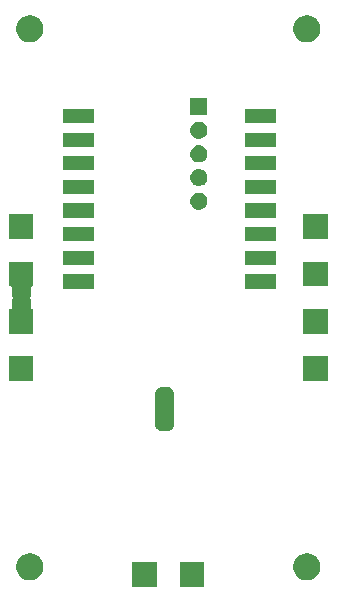
<source format=gbr>
G04 #@! TF.GenerationSoftware,KiCad,Pcbnew,(5.0.1)-4*
G04 #@! TF.CreationDate,2019-08-10T21:26:32+02:00*
G04 #@! TF.ProjectId,7segment_mini_module,377365676D656E745F6D696E695F6D6F,rev?*
G04 #@! TF.SameCoordinates,Original*
G04 #@! TF.FileFunction,Soldermask,Bot*
G04 #@! TF.FilePolarity,Negative*
%FSLAX46Y46*%
G04 Gerber Fmt 4.6, Leading zero omitted, Abs format (unit mm)*
G04 Created by KiCad (PCBNEW (5.0.1)-4) date 10-08-2019 21:26:32*
%MOMM*%
%LPD*%
G01*
G04 APERTURE LIST*
%ADD10C,0.100000*%
G04 APERTURE END LIST*
D10*
G36*
X94381000Y-118376001D02*
X92279000Y-118376001D01*
X92279000Y-116274001D01*
X94381000Y-116274001D01*
X94381000Y-118376001D01*
X94381000Y-118376001D01*
G37*
G36*
X90381000Y-118376001D02*
X88279000Y-118376001D01*
X88279000Y-116274001D01*
X90381000Y-116274001D01*
X90381000Y-118376001D01*
X90381000Y-118376001D01*
G37*
G36*
X79935734Y-115543232D02*
X80145202Y-115629996D01*
X80333723Y-115755962D01*
X80494038Y-115916277D01*
X80620004Y-116104798D01*
X80706768Y-116314266D01*
X80751000Y-116536635D01*
X80751000Y-116763365D01*
X80706768Y-116985734D01*
X80620004Y-117195202D01*
X80494038Y-117383723D01*
X80333723Y-117544038D01*
X80145202Y-117670004D01*
X79935734Y-117756768D01*
X79713365Y-117801000D01*
X79486635Y-117801000D01*
X79264266Y-117756768D01*
X79054798Y-117670004D01*
X78866277Y-117544038D01*
X78705962Y-117383723D01*
X78579996Y-117195202D01*
X78493232Y-116985734D01*
X78449000Y-116763365D01*
X78449000Y-116536635D01*
X78493232Y-116314266D01*
X78579996Y-116104798D01*
X78705962Y-115916277D01*
X78866277Y-115755962D01*
X79054798Y-115629996D01*
X79264266Y-115543232D01*
X79486635Y-115499000D01*
X79713365Y-115499000D01*
X79935734Y-115543232D01*
X79935734Y-115543232D01*
G37*
G36*
X103385734Y-115543232D02*
X103595202Y-115629996D01*
X103783723Y-115755962D01*
X103944038Y-115916277D01*
X104070004Y-116104798D01*
X104156768Y-116314266D01*
X104201000Y-116536635D01*
X104201000Y-116763365D01*
X104156768Y-116985734D01*
X104070004Y-117195202D01*
X103944038Y-117383723D01*
X103783723Y-117544038D01*
X103595202Y-117670004D01*
X103385734Y-117756768D01*
X103163365Y-117801000D01*
X102936635Y-117801000D01*
X102714266Y-117756768D01*
X102504798Y-117670004D01*
X102316277Y-117544038D01*
X102155962Y-117383723D01*
X102029996Y-117195202D01*
X101943232Y-116985734D01*
X101899000Y-116763365D01*
X101899000Y-116536635D01*
X101943232Y-116314266D01*
X102029996Y-116104798D01*
X102155962Y-115916277D01*
X102316277Y-115755962D01*
X102504798Y-115629996D01*
X102714266Y-115543232D01*
X102936635Y-115499000D01*
X103163365Y-115499000D01*
X103385734Y-115543232D01*
X103385734Y-115543232D01*
G37*
G36*
X91262198Y-101449954D02*
X91274450Y-101450556D01*
X91292869Y-101450556D01*
X91315149Y-101452750D01*
X91399236Y-101469476D01*
X91420655Y-101475974D01*
X91499871Y-101508785D01*
X91519607Y-101519335D01*
X91590897Y-101566969D01*
X91608208Y-101581176D01*
X91668824Y-101641792D01*
X91683031Y-101659103D01*
X91730665Y-101730393D01*
X91741215Y-101750129D01*
X91774026Y-101829345D01*
X91780524Y-101850764D01*
X91797250Y-101934851D01*
X91799444Y-101957131D01*
X91799444Y-101975550D01*
X91800046Y-101987802D01*
X91801852Y-102006140D01*
X91801852Y-102543860D01*
X91800263Y-102559999D01*
X91795853Y-102574534D01*
X91790393Y-102587717D01*
X91785613Y-102611751D01*
X91785613Y-102636255D01*
X91790394Y-102660288D01*
X91799772Y-102682927D01*
X91801000Y-102684765D01*
X91801000Y-103916053D01*
X91794526Y-103928165D01*
X91787413Y-103951614D01*
X91785011Y-103976000D01*
X91787413Y-104000386D01*
X91793917Y-104018564D01*
X91793773Y-104018608D01*
X91800263Y-104040001D01*
X91801852Y-104056140D01*
X91801852Y-104593861D01*
X91800046Y-104612198D01*
X91799444Y-104624450D01*
X91799444Y-104642869D01*
X91797250Y-104665149D01*
X91780524Y-104749236D01*
X91774026Y-104770655D01*
X91741215Y-104849871D01*
X91730665Y-104869607D01*
X91683031Y-104940897D01*
X91668824Y-104958208D01*
X91608208Y-105018824D01*
X91590897Y-105033031D01*
X91519607Y-105080665D01*
X91499871Y-105091215D01*
X91420655Y-105124026D01*
X91399236Y-105130524D01*
X91315149Y-105147250D01*
X91292869Y-105149444D01*
X91274450Y-105149444D01*
X91262198Y-105150046D01*
X91243861Y-105151852D01*
X90756139Y-105151852D01*
X90737802Y-105150046D01*
X90725550Y-105149444D01*
X90707131Y-105149444D01*
X90684851Y-105147250D01*
X90600764Y-105130524D01*
X90579345Y-105124026D01*
X90500129Y-105091215D01*
X90480393Y-105080665D01*
X90409103Y-105033031D01*
X90391792Y-105018824D01*
X90331176Y-104958208D01*
X90316969Y-104940897D01*
X90269335Y-104869607D01*
X90258785Y-104849871D01*
X90225974Y-104770655D01*
X90219476Y-104749236D01*
X90202750Y-104665149D01*
X90200556Y-104642869D01*
X90200556Y-104624450D01*
X90199954Y-104612198D01*
X90198148Y-104593861D01*
X90198148Y-104056140D01*
X90199737Y-104040001D01*
X90204147Y-104025466D01*
X90209607Y-104012283D01*
X90214387Y-103988249D01*
X90214387Y-103963745D01*
X90209606Y-103939712D01*
X90200228Y-103917073D01*
X90199000Y-103915235D01*
X90199000Y-102683947D01*
X90205474Y-102671835D01*
X90212587Y-102648386D01*
X90214989Y-102624000D01*
X90212587Y-102599614D01*
X90206083Y-102581436D01*
X90206227Y-102581392D01*
X90199737Y-102559999D01*
X90198148Y-102543860D01*
X90198148Y-102006140D01*
X90199954Y-101987802D01*
X90200556Y-101975550D01*
X90200556Y-101957131D01*
X90202750Y-101934851D01*
X90219476Y-101850764D01*
X90225974Y-101829345D01*
X90258785Y-101750129D01*
X90269335Y-101730393D01*
X90316969Y-101659103D01*
X90331176Y-101641792D01*
X90391792Y-101581176D01*
X90409103Y-101566969D01*
X90480393Y-101519335D01*
X90500129Y-101508785D01*
X90579345Y-101475974D01*
X90600764Y-101469476D01*
X90684851Y-101452750D01*
X90707131Y-101450556D01*
X90725550Y-101450556D01*
X90737802Y-101449954D01*
X90756140Y-101448148D01*
X91243860Y-101448148D01*
X91262198Y-101449954D01*
X91262198Y-101449954D01*
G37*
G36*
X104851000Y-100926000D02*
X102749000Y-100926000D01*
X102749000Y-98824000D01*
X104851000Y-98824000D01*
X104851000Y-100926000D01*
X104851000Y-100926000D01*
G37*
G36*
X79901000Y-100926000D02*
X77799000Y-100926000D01*
X77799000Y-98824000D01*
X79901000Y-98824000D01*
X79901000Y-100926000D01*
X79901000Y-100926000D01*
G37*
G36*
X104851000Y-96926000D02*
X102749000Y-96926000D01*
X102749000Y-94824000D01*
X104851000Y-94824000D01*
X104851000Y-96926000D01*
X104851000Y-96926000D01*
G37*
G36*
X79901000Y-92926000D02*
X79796052Y-92926000D01*
X79771666Y-92928402D01*
X79748217Y-92935515D01*
X79726606Y-92947066D01*
X79707664Y-92962612D01*
X79692118Y-92981554D01*
X79680567Y-93003165D01*
X79673454Y-93026614D01*
X79671052Y-93051000D01*
X79673454Y-93075386D01*
X79676435Y-93087288D01*
X79680525Y-93100770D01*
X79697250Y-93184851D01*
X79699444Y-93207131D01*
X79699444Y-93225550D01*
X79700046Y-93237802D01*
X79701852Y-93256140D01*
X79701852Y-93743860D01*
X79700263Y-93759999D01*
X79697347Y-93769611D01*
X79692612Y-93778469D01*
X79686237Y-93786237D01*
X79673798Y-93796446D01*
X79663432Y-93803372D01*
X79646105Y-93820698D01*
X79632490Y-93841073D01*
X79623112Y-93863711D01*
X79618331Y-93887745D01*
X79618331Y-93912249D01*
X79623111Y-93936283D01*
X79632487Y-93958922D01*
X79646101Y-93979297D01*
X79663427Y-93996624D01*
X79673796Y-94003552D01*
X79686237Y-94013763D01*
X79692612Y-94021531D01*
X79697347Y-94030389D01*
X79700263Y-94040001D01*
X79701852Y-94056140D01*
X79701852Y-94543861D01*
X79700046Y-94562198D01*
X79699444Y-94574450D01*
X79699444Y-94592869D01*
X79697250Y-94615147D01*
X79685421Y-94674613D01*
X79683019Y-94698999D01*
X79685421Y-94723386D01*
X79692534Y-94746835D01*
X79704085Y-94768446D01*
X79719630Y-94787388D01*
X79738572Y-94802933D01*
X79760183Y-94814485D01*
X79783632Y-94821598D01*
X79808019Y-94824000D01*
X79901000Y-94824000D01*
X79901000Y-96926000D01*
X77799000Y-96926000D01*
X77799000Y-94824000D01*
X77991981Y-94824000D01*
X78016367Y-94821598D01*
X78039816Y-94814485D01*
X78061427Y-94802934D01*
X78080369Y-94787388D01*
X78095915Y-94768446D01*
X78107466Y-94746835D01*
X78114579Y-94723386D01*
X78116981Y-94699000D01*
X78114579Y-94674613D01*
X78102750Y-94615147D01*
X78100556Y-94592869D01*
X78100556Y-94574450D01*
X78099954Y-94562198D01*
X78098148Y-94543861D01*
X78098148Y-94056140D01*
X78099737Y-94040001D01*
X78102653Y-94030389D01*
X78107388Y-94021531D01*
X78113763Y-94013763D01*
X78126202Y-94003554D01*
X78136568Y-93996628D01*
X78153895Y-93979302D01*
X78167510Y-93958927D01*
X78176888Y-93936289D01*
X78181669Y-93912255D01*
X78181669Y-93887751D01*
X78176889Y-93863717D01*
X78167513Y-93841078D01*
X78153899Y-93820703D01*
X78136573Y-93803376D01*
X78126204Y-93796448D01*
X78113763Y-93786237D01*
X78107388Y-93778469D01*
X78102653Y-93769611D01*
X78099737Y-93759999D01*
X78098148Y-93743860D01*
X78098148Y-93256140D01*
X78099954Y-93237802D01*
X78100556Y-93225550D01*
X78100556Y-93207131D01*
X78102750Y-93184851D01*
X78119475Y-93100770D01*
X78123565Y-93087288D01*
X78128346Y-93063255D01*
X78128346Y-93038750D01*
X78123566Y-93014717D01*
X78114189Y-92992078D01*
X78100576Y-92971703D01*
X78083249Y-92954375D01*
X78062875Y-92940761D01*
X78040236Y-92931383D01*
X78016203Y-92926602D01*
X78003948Y-92926000D01*
X77799000Y-92926000D01*
X77799000Y-90824000D01*
X79901000Y-90824000D01*
X79901000Y-92926000D01*
X79901000Y-92926000D01*
G37*
G36*
X85001000Y-93101000D02*
X82399000Y-93101000D01*
X82399000Y-91899000D01*
X85001000Y-91899000D01*
X85001000Y-93101000D01*
X85001000Y-93101000D01*
G37*
G36*
X100401000Y-93101000D02*
X97799000Y-93101000D01*
X97799000Y-91899000D01*
X100401000Y-91899000D01*
X100401000Y-93101000D01*
X100401000Y-93101000D01*
G37*
G36*
X104851000Y-92926000D02*
X102749000Y-92926000D01*
X102749000Y-90824000D01*
X104851000Y-90824000D01*
X104851000Y-92926000D01*
X104851000Y-92926000D01*
G37*
G36*
X100401000Y-91101000D02*
X97799000Y-91101000D01*
X97799000Y-89899000D01*
X100401000Y-89899000D01*
X100401000Y-91101000D01*
X100401000Y-91101000D01*
G37*
G36*
X85001000Y-91101000D02*
X82399000Y-91101000D01*
X82399000Y-89899000D01*
X85001000Y-89899000D01*
X85001000Y-91101000D01*
X85001000Y-91101000D01*
G37*
G36*
X100401000Y-89101000D02*
X97799000Y-89101000D01*
X97799000Y-87899000D01*
X100401000Y-87899000D01*
X100401000Y-89101000D01*
X100401000Y-89101000D01*
G37*
G36*
X85001000Y-89101000D02*
X82399000Y-89101000D01*
X82399000Y-87899000D01*
X85001000Y-87899000D01*
X85001000Y-89101000D01*
X85001000Y-89101000D01*
G37*
G36*
X104851000Y-88926000D02*
X102749000Y-88926000D01*
X102749000Y-86824000D01*
X104851000Y-86824000D01*
X104851000Y-88926000D01*
X104851000Y-88926000D01*
G37*
G36*
X79901000Y-88926000D02*
X77799000Y-88926000D01*
X77799000Y-86824000D01*
X79901000Y-86824000D01*
X79901000Y-88926000D01*
X79901000Y-88926000D01*
G37*
G36*
X85001000Y-87101000D02*
X82399000Y-87101000D01*
X82399000Y-85899000D01*
X85001000Y-85899000D01*
X85001000Y-87101000D01*
X85001000Y-87101000D01*
G37*
G36*
X100401000Y-87101000D02*
X97799000Y-87101000D01*
X97799000Y-85899000D01*
X100401000Y-85899000D01*
X100401000Y-87101000D01*
X100401000Y-87101000D01*
G37*
G36*
X93956991Y-84976101D02*
X94042321Y-84984505D01*
X94179172Y-85026019D01*
X94179174Y-85026020D01*
X94179177Y-85026021D01*
X94305296Y-85093432D01*
X94415843Y-85184157D01*
X94506568Y-85294704D01*
X94573979Y-85420823D01*
X94573980Y-85420826D01*
X94573981Y-85420828D01*
X94615495Y-85557679D01*
X94629512Y-85700000D01*
X94615495Y-85842321D01*
X94573981Y-85979172D01*
X94573979Y-85979177D01*
X94506568Y-86105296D01*
X94415843Y-86215843D01*
X94305296Y-86306568D01*
X94179177Y-86373979D01*
X94179174Y-86373980D01*
X94179172Y-86373981D01*
X94042321Y-86415495D01*
X93956991Y-86423899D01*
X93935660Y-86426000D01*
X93864340Y-86426000D01*
X93843009Y-86423899D01*
X93757679Y-86415495D01*
X93620828Y-86373981D01*
X93620826Y-86373980D01*
X93620823Y-86373979D01*
X93494704Y-86306568D01*
X93384157Y-86215843D01*
X93293432Y-86105296D01*
X93226021Y-85979177D01*
X93226019Y-85979172D01*
X93184505Y-85842321D01*
X93170488Y-85700000D01*
X93184505Y-85557679D01*
X93226019Y-85420828D01*
X93226020Y-85420826D01*
X93226021Y-85420823D01*
X93293432Y-85294704D01*
X93384157Y-85184157D01*
X93494704Y-85093432D01*
X93620823Y-85026021D01*
X93620826Y-85026020D01*
X93620828Y-85026019D01*
X93757679Y-84984505D01*
X93843009Y-84976101D01*
X93864340Y-84974000D01*
X93935660Y-84974000D01*
X93956991Y-84976101D01*
X93956991Y-84976101D01*
G37*
G36*
X100401000Y-85101000D02*
X97799000Y-85101000D01*
X97799000Y-83899000D01*
X100401000Y-83899000D01*
X100401000Y-85101000D01*
X100401000Y-85101000D01*
G37*
G36*
X85001000Y-85101000D02*
X82399000Y-85101000D01*
X82399000Y-83899000D01*
X85001000Y-83899000D01*
X85001000Y-85101000D01*
X85001000Y-85101000D01*
G37*
G36*
X93956991Y-82976101D02*
X94042321Y-82984505D01*
X94179172Y-83026019D01*
X94179174Y-83026020D01*
X94179177Y-83026021D01*
X94305296Y-83093432D01*
X94415843Y-83184157D01*
X94506568Y-83294704D01*
X94573979Y-83420823D01*
X94573980Y-83420826D01*
X94573981Y-83420828D01*
X94615495Y-83557679D01*
X94629512Y-83700000D01*
X94615495Y-83842321D01*
X94573981Y-83979172D01*
X94573979Y-83979177D01*
X94506568Y-84105296D01*
X94415843Y-84215843D01*
X94305296Y-84306568D01*
X94179177Y-84373979D01*
X94179174Y-84373980D01*
X94179172Y-84373981D01*
X94042321Y-84415495D01*
X93956991Y-84423899D01*
X93935660Y-84426000D01*
X93864340Y-84426000D01*
X93843009Y-84423899D01*
X93757679Y-84415495D01*
X93620828Y-84373981D01*
X93620826Y-84373980D01*
X93620823Y-84373979D01*
X93494704Y-84306568D01*
X93384157Y-84215843D01*
X93293432Y-84105296D01*
X93226021Y-83979177D01*
X93226019Y-83979172D01*
X93184505Y-83842321D01*
X93170488Y-83700000D01*
X93184505Y-83557679D01*
X93226019Y-83420828D01*
X93226020Y-83420826D01*
X93226021Y-83420823D01*
X93293432Y-83294704D01*
X93384157Y-83184157D01*
X93494704Y-83093432D01*
X93620823Y-83026021D01*
X93620826Y-83026020D01*
X93620828Y-83026019D01*
X93757679Y-82984505D01*
X93843009Y-82976101D01*
X93864340Y-82974000D01*
X93935660Y-82974000D01*
X93956991Y-82976101D01*
X93956991Y-82976101D01*
G37*
G36*
X100401000Y-83101000D02*
X97799000Y-83101000D01*
X97799000Y-81899000D01*
X100401000Y-81899000D01*
X100401000Y-83101000D01*
X100401000Y-83101000D01*
G37*
G36*
X85001000Y-83101000D02*
X82399000Y-83101000D01*
X82399000Y-81899000D01*
X85001000Y-81899000D01*
X85001000Y-83101000D01*
X85001000Y-83101000D01*
G37*
G36*
X93956991Y-80976101D02*
X94042321Y-80984505D01*
X94179172Y-81026019D01*
X94179174Y-81026020D01*
X94179177Y-81026021D01*
X94305296Y-81093432D01*
X94415843Y-81184157D01*
X94506568Y-81294704D01*
X94573979Y-81420823D01*
X94573980Y-81420826D01*
X94573981Y-81420828D01*
X94615495Y-81557679D01*
X94629512Y-81700000D01*
X94615495Y-81842321D01*
X94573981Y-81979172D01*
X94573979Y-81979177D01*
X94506568Y-82105296D01*
X94415843Y-82215843D01*
X94305296Y-82306568D01*
X94179177Y-82373979D01*
X94179174Y-82373980D01*
X94179172Y-82373981D01*
X94042321Y-82415495D01*
X93956991Y-82423899D01*
X93935660Y-82426000D01*
X93864340Y-82426000D01*
X93843009Y-82423899D01*
X93757679Y-82415495D01*
X93620828Y-82373981D01*
X93620826Y-82373980D01*
X93620823Y-82373979D01*
X93494704Y-82306568D01*
X93384157Y-82215843D01*
X93293432Y-82105296D01*
X93226021Y-81979177D01*
X93226019Y-81979172D01*
X93184505Y-81842321D01*
X93170488Y-81700000D01*
X93184505Y-81557679D01*
X93226019Y-81420828D01*
X93226020Y-81420826D01*
X93226021Y-81420823D01*
X93293432Y-81294704D01*
X93384157Y-81184157D01*
X93494704Y-81093432D01*
X93620823Y-81026021D01*
X93620826Y-81026020D01*
X93620828Y-81026019D01*
X93757679Y-80984505D01*
X93843009Y-80976101D01*
X93864340Y-80974000D01*
X93935660Y-80974000D01*
X93956991Y-80976101D01*
X93956991Y-80976101D01*
G37*
G36*
X100401000Y-81101000D02*
X97799000Y-81101000D01*
X97799000Y-79899000D01*
X100401000Y-79899000D01*
X100401000Y-81101000D01*
X100401000Y-81101000D01*
G37*
G36*
X85001000Y-81101000D02*
X82399000Y-81101000D01*
X82399000Y-79899000D01*
X85001000Y-79899000D01*
X85001000Y-81101000D01*
X85001000Y-81101000D01*
G37*
G36*
X93956991Y-78976101D02*
X94042321Y-78984505D01*
X94179172Y-79026019D01*
X94179174Y-79026020D01*
X94179177Y-79026021D01*
X94305296Y-79093432D01*
X94415843Y-79184157D01*
X94506568Y-79294704D01*
X94573979Y-79420823D01*
X94573980Y-79420826D01*
X94573981Y-79420828D01*
X94615495Y-79557679D01*
X94629512Y-79700000D01*
X94615495Y-79842321D01*
X94573981Y-79979172D01*
X94573979Y-79979177D01*
X94506568Y-80105296D01*
X94415843Y-80215843D01*
X94305296Y-80306568D01*
X94179177Y-80373979D01*
X94179174Y-80373980D01*
X94179172Y-80373981D01*
X94042321Y-80415495D01*
X93956991Y-80423899D01*
X93935660Y-80426000D01*
X93864340Y-80426000D01*
X93843009Y-80423899D01*
X93757679Y-80415495D01*
X93620828Y-80373981D01*
X93620826Y-80373980D01*
X93620823Y-80373979D01*
X93494704Y-80306568D01*
X93384157Y-80215843D01*
X93293432Y-80105296D01*
X93226021Y-79979177D01*
X93226019Y-79979172D01*
X93184505Y-79842321D01*
X93170488Y-79700000D01*
X93184505Y-79557679D01*
X93226019Y-79420828D01*
X93226020Y-79420826D01*
X93226021Y-79420823D01*
X93293432Y-79294704D01*
X93384157Y-79184157D01*
X93494704Y-79093432D01*
X93620823Y-79026021D01*
X93620826Y-79026020D01*
X93620828Y-79026019D01*
X93757679Y-78984505D01*
X93843009Y-78976101D01*
X93864340Y-78974000D01*
X93935660Y-78974000D01*
X93956991Y-78976101D01*
X93956991Y-78976101D01*
G37*
G36*
X100401000Y-79101000D02*
X97799000Y-79101000D01*
X97799000Y-77899000D01*
X100401000Y-77899000D01*
X100401000Y-79101000D01*
X100401000Y-79101000D01*
G37*
G36*
X85001000Y-79101000D02*
X82399000Y-79101000D01*
X82399000Y-77899000D01*
X85001000Y-77899000D01*
X85001000Y-79101000D01*
X85001000Y-79101000D01*
G37*
G36*
X94626000Y-78426000D02*
X93174000Y-78426000D01*
X93174000Y-76974000D01*
X94626000Y-76974000D01*
X94626000Y-78426000D01*
X94626000Y-78426000D01*
G37*
G36*
X79935734Y-69993232D02*
X80145202Y-70079996D01*
X80333723Y-70205962D01*
X80494038Y-70366277D01*
X80620004Y-70554798D01*
X80706768Y-70764266D01*
X80751000Y-70986635D01*
X80751000Y-71213365D01*
X80706768Y-71435734D01*
X80620004Y-71645202D01*
X80494038Y-71833723D01*
X80333723Y-71994038D01*
X80145202Y-72120004D01*
X79935734Y-72206768D01*
X79713365Y-72251000D01*
X79486635Y-72251000D01*
X79264266Y-72206768D01*
X79054798Y-72120004D01*
X78866277Y-71994038D01*
X78705962Y-71833723D01*
X78579996Y-71645202D01*
X78493232Y-71435734D01*
X78449000Y-71213365D01*
X78449000Y-70986635D01*
X78493232Y-70764266D01*
X78579996Y-70554798D01*
X78705962Y-70366277D01*
X78866277Y-70205962D01*
X79054798Y-70079996D01*
X79264266Y-69993232D01*
X79486635Y-69949000D01*
X79713365Y-69949000D01*
X79935734Y-69993232D01*
X79935734Y-69993232D01*
G37*
G36*
X103385734Y-69993232D02*
X103595202Y-70079996D01*
X103783723Y-70205962D01*
X103944038Y-70366277D01*
X104070004Y-70554798D01*
X104156768Y-70764266D01*
X104201000Y-70986635D01*
X104201000Y-71213365D01*
X104156768Y-71435734D01*
X104070004Y-71645202D01*
X103944038Y-71833723D01*
X103783723Y-71994038D01*
X103595202Y-72120004D01*
X103385734Y-72206768D01*
X103163365Y-72251000D01*
X102936635Y-72251000D01*
X102714266Y-72206768D01*
X102504798Y-72120004D01*
X102316277Y-71994038D01*
X102155962Y-71833723D01*
X102029996Y-71645202D01*
X101943232Y-71435734D01*
X101899000Y-71213365D01*
X101899000Y-70986635D01*
X101943232Y-70764266D01*
X102029996Y-70554798D01*
X102155962Y-70366277D01*
X102316277Y-70205962D01*
X102504798Y-70079996D01*
X102714266Y-69993232D01*
X102936635Y-69949000D01*
X103163365Y-69949000D01*
X103385734Y-69993232D01*
X103385734Y-69993232D01*
G37*
M02*

</source>
